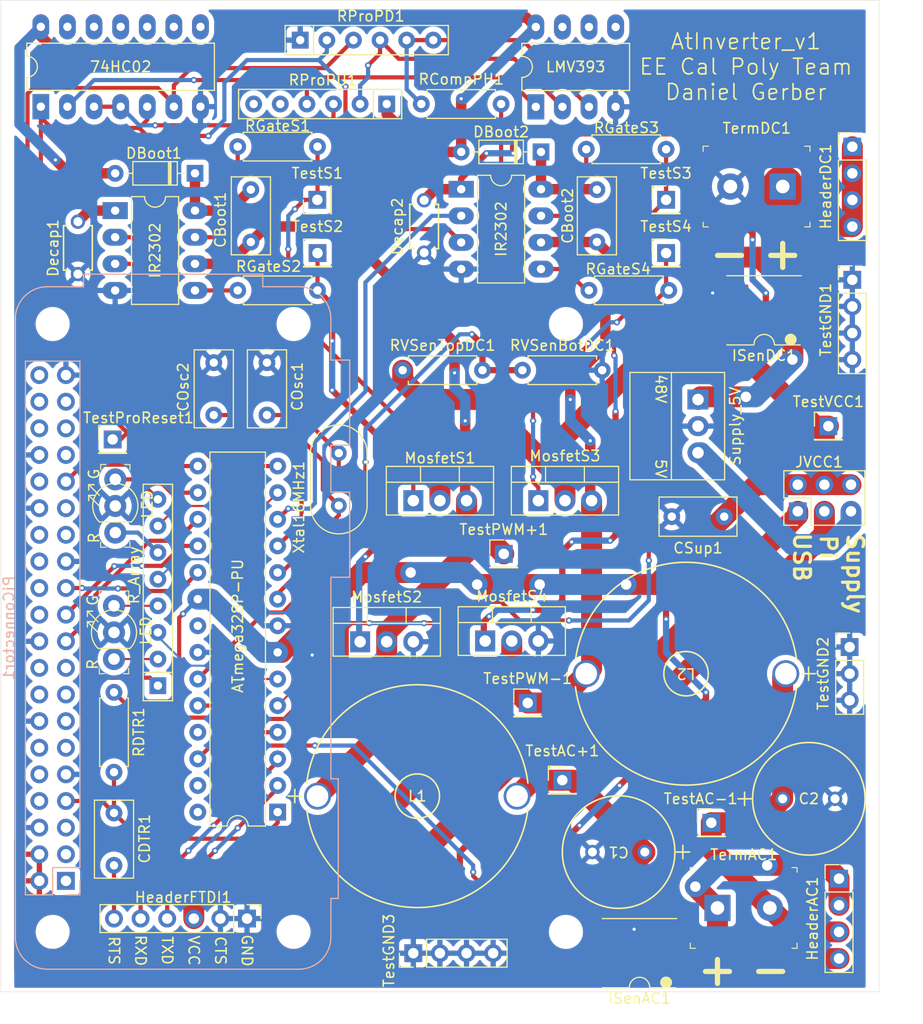
<source format=kicad_pcb>
(kicad_pcb (version 20221018) (generator pcbnew)
  (title_block (rev "v1") (comment 1 "Author: Bryan Carrillo"))
  (layers (0 "F.Cu" signal "Front") (31 "B.Cu" signal "Back") (34 "B.Paste" user) (35 "F.Paste" user) (36 "B.SilkS" user "B.Silkscreen") (37 "F.SilkS" user "F.Silkscreen") (38 "B.Mask" user) (39 "F.Mask" user) (44 "Edge.Cuts" user))
  (net 0 "")
  (net 1 "Net-(TestAC+1-Pin_1)")
  (net 2 "/Load-")
  (net 3 "/DTR")
  (net 4 "GND")
  (net 5 "VCC")
  (net 6 "Net-(DBoot1-K)")
  (net 7 "/VCCTTL")
  (net 8 "/MCURXI")
  (net 9 "/MCUTXO")
  (net 10 "Net-(GateDriver1-VS)")
  (net 11 "Net-(DBoot2-K)")
  (net 12 "Net-(GateDriver2-VS)")
  (net 13 "Net-(MCU1-XTAL1{slash}PB6)")
  (net 14 "/!RESET")
  (net 15 "Net-(MCU1-XTAL2{slash}PB7)")
  (net 16 "/PWMA")
  (net 17 "/Red1")
  (net 18 "/Green1")
  (net 19 "Net-(GateDriver1-LO)")
  (net 20 "/ProReset")
  (net 21 "/Red2")
  (net 22 "Net-(GateDriver1-HO)")
  (net 23 "/MOSI")
  (net 24 "/MISO")
  (net 25 "/SCLK")
  (net 26 "/PWMB")
  (net 27 "Net-(GateDriver2-LO)")
  (net 28 "/Load+")
  (net 29 "Net-(HeaderDC1-Pin_1)")
  (net 31 "/IAC")
  (net 32 "/VCCPi")
  (net 33 "Net-(MosfetS1-D)")
  (net 35 "/IDC")
  (net 36 "Net-(LED1-A1)")
  (net 37 "Net-(LED1-A2)")
  (net 38 "Net-(LED2-A1)")
  (net 39 "Net-(LED2-A2)")
  (net 41 "/VDC")
  (net 42 "/VAC")
  (net 54 "/VCCSupply")
  (net 59 "/!SS")
  (net 62 "/Green2")
  (net 63 "/!GateSD")
  (net 77 "/CompOut")
  (net 80 "/CompN")
  (net 81 "/CompP")
  (net 82 "/NORPU")
  (net 87 "/PWMA_HO")
  (net 88 "/PWMB_HO")
  (net 89 "/PWMA_LO")
  (net 90 "/PWMB_LO")
  (net 93 "Net-(GateDriver2-HO)")
  (footprint "Connector_PinHeader_2.54mm:PinHeader_1x01_P2.54mm_Vertical" (layer "F.Cu") (at 117.094 116.332)
    (fp_text reference "TestAC+1")
    (fp_text value "Conn_01x01_Male")
  )
  (footprint "Resistor_THT:R_Axial_DIN0207_L6.3mm_D2.5mm_P7.62mm_Horizontal" (layer "F.Cu") (at 74.295 107.95 -90)
    (fp_text reference "RDTR1")
    (fp_text value "10kΩ")
  )
  (footprint "Atverter_vE:CAP_FG28_TDK" (layer "F.Cu") (at 70.851 63.042 -90)
    (fp_text reference "Decap1")
    (fp_text value "4.7uF")
  )
  (footprint "Atinverter_vE:AIRD-02_ABR" (layer "F.Cu") (at 138.43 106.172 180)
    (fp_text reference "L2")
    (fp_text value "220u")
  )
  (footprint "Package_TO_SOT_THT:TO-220-3_Vertical" (layer "F.Cu") (at 114.808 89.662)
    (fp_text reference "MosfetS3")
    (fp_text value "IRFB4020PBF")
  )
  (footprint "Resistor_THT:R_Axial_DIN0207_L6.3mm_D2.5mm_P7.62mm_Horizontal" (layer "F.Cu") (at 119.634 69.596)
    (fp_text reference "RGateS4")
    (fp_text value "8.2Ω")
  )
  (footprint "Connector_PinHeader_2.54mm:PinHeader_1x01_P2.54mm_Vertical" (layer "F.Cu") (at 131.318 120.396)
    (fp_text reference "TestAC-1")
    (fp_text value "Conn_01x01_Male")
  )
  (footprint "Connector_PinHeader_2.54mm:PinHeader_1x04_P2.54mm_Vertical" (layer "F.Cu") (at 144.78 68.59)
    (fp_text reference "TestGND1")
    (fp_text value "Conn_01x04_Male")
  )
  (footprint "Diode_THT:D_DO-35_SOD27_P7.62mm_Horizontal" (layer "F.Cu") (at 115.062 56.388 180)
    (fp_text reference "DBoot2")
    (fp_text value "BAT46")
  )
  (footprint "Atinverter_vE:SOIC-8_3.9x4.9mm_P1.27mm" (layer "F.Cu") (at 136.354 71.247 180)
    (fp_text reference "ISenDC1")
    (fp_text value "TMCS1108")
  )
  (footprint "Connector_PinHeader_2.54mm:PinHeader_1x01_P2.54mm_Vertical" (layer "F.Cu") (at 127 66.04)
    (fp_text reference "TestS4")
    (fp_text value "Conn_01x01_Male")
  )
  (footprint "Atverter_vE:CAP_FG28_TDK" (layer "F.Cu") (at 103.901 61 -90)
    (fp_text reference "Decap2")
    (fp_text value "4.7uF")
  )
  (footprint "Package_DIP:DIP-28_W7.62mm" (layer "F.Cu") (at 89.916 119.38 180)
    (fp_text reference "MCU1")
    (fp_text value "ATmega328P-PU")
  )
  (footprint "Capacitor_THT:C_Rect_L7.2mm_W3.5mm_P5.00mm_FKS2_FKP2_MKS2_MKP2" (layer "F.Cu") (at 74.295 124.46 90)
    (fp_text reference "CDTR1")
    (fp_text value "1uF")
  )
  (footprint "Resistor_THT:R_Array_SIP8" (layer "F.Cu") (at 78.486 107.315 90)
    (fp_text reference "ResistorArray1")
    (fp_text value "R_Array")
  )
  (footprint "Resistor_THT:R_Axial_DIN0207_L6.3mm_D2.5mm_P7.62mm_Horizontal" (layer "F.Cu") (at 113.284 77.216)
    (fp_text reference "RVSenBotDC1")
    (fp_text value "10kΩ")
  )
  (footprint "Atinverter_vE:LED_3pin_P2.54mm" (layer "F.Cu") (at 74.295 104.775 90)
    (fp_text reference "LED1")
    (fp_text value "LED")
  )
  (footprint "Package_TO_SOT_THT:TO-220-3_Vertical" (layer "F.Cu") (at 109.728 103.053)
    (fp_text reference "MosfetS4")
    (fp_text value "IRFB4020PBF")
  )
  (footprint "Package_DIP:DIP-14_W7.62mm_LongPads" (layer "F.Cu") (at 67.31 52.07 90)
    (fp_text reference "ProNOR1")
    (fp_text value "74HC02")
  )
  (footprint "Atinverter_vE:LED_3pin_P2.54mm" (layer "F.Cu") (at 74.422 92.71 90)
    (fp_text reference "LED2")
    (fp_text value "LED")
  )
  (footprint "Package_TO_SOT_THT:TO-220-3_Vertical" (layer "F.Cu") (at 97.79 103.124)
    (fp_text reference "MosfetS2")
    (fp_text value "IRFB4020PBF")
  )
  (footprint "Connector_PinHeader_2.54mm:PinHeader_1x01_P2.54mm_Vertical" (layer "F.Cu") (at 93.726 66.04)
    (fp_text reference "TestS2")
    (fp_text value "Conn_01x01_Male")
  )
  (footprint "Resistor_THT:R_Axial_DIN0207_L6.3mm_D2.5mm_P7.62mm_Horizontal" (layer "F.Cu") (at 86.106 69.596)
    (fp_text reference "RGateS2")
    (fp_text value "8.2Ω")
  )
  (footprint "Capacitor_THT:C_Rect_L7.2mm_W3.5mm_P5.00mm_FKS2_FKP2_MKS2_MKP2" (layer "F.Cu") (at 83.82 81.494 90)
    (fp_text reference "COsc2")
    (fp_text value "22pF")
  )
  (footprint "Connector_PinHeader_2.54mm:PinHeader_2x03_P2.54mm_Vertical" (layer "F.Cu") (at 139.573 90.678 90)
    (fp_text reference "JVCC1")
    (fp_text value "Conn_02x03_Odd_Even")
  )
  (footprint "Package_DIP:DIP-8_W7.62mm_LongPads" (layer "F.Cu") (at 114.564 52.085 90)
    (fp_text reference "ProComp1")
    (fp_text value "LMV393")
  )
  (footprint "Resistor_THT:R_Axial_DIN0207_L6.3mm_D2.5mm_P7.62mm_Horizontal" (layer "F.Cu") (at 119.38 56.134)
    (fp_text reference "RGateS3")
    (fp_text value "8.2Ω")
  )
  (footprint "Package_DIP:DIP-8_W7.62mm_LongPads" (layer "F.Cu") (at 107.442 59.944)
    (fp_text reference "GateDriver2")
    (fp_text value "IR2302")
  )
  (footprint "Resistor_THT:R_Axial_DIN0207_L6.3mm_D2.5mm_P7.62mm_Horizontal" (layer "F.Cu") (at 103.632 51.816)
    (fp_text reference locked "RCompPH1")
    (fp_text value "120kΩ")
  )
  (footprint "Crystal:Resonator-2Pin_W10.0mm_H5.0mm" (layer "F.Cu") (at 95.758 90.13 90)
    (fp_text reference "Xtal16MHz1")
    (fp_text value "16MHz")
  )
  (footprint "Resistor_THT:R_Array_SIP6" (layer "F.Cu") (at 92.075 45.72)
    (fp_text reference "RProPD1")
    (fp_text value "R_Network05")
  )
  (footprint "Connector_PinHeader_2.54mm:PinHeader_1x01_P2.54mm_Vertical" (layer "F.Cu") (at 113.792 108.966)
    (fp_text reference "TestPWM-1")
    (fp_text value "Conn_01x01_Male")
  )
  (footprint "Capacitor_THT:C_Rect_L7.2mm_W3.5mm_P5.00mm_FKS2_FKP2_MKS2_MKP2" (layer "F.Cu") (at 132.548 91.186 180)
    (fp_text reference "CSup1")
    (fp_text value "1uF")
  )
  (footprint "Connector_PinHeader_2.54mm:PinHeader_1x01_P2.54mm_Vertical" (layer "F.Cu") (at 142.494 82.55)
    (fp_text reference "TestVCC1")
    (fp_text value "Conn_01x01_Male")
  )
  (footprint "Diode_THT:D_DO-35_SOD27_P7.62mm_Horizontal" (layer "F.Cu") (at 82.027 58.43 180)
    (fp_text reference "DBoot1")
    (fp_text value "BAT46")
  )
  (footprint "Atinverter_vE:CAP_BX_10x16_RUB" (layer "F.Cu") (at 124.968 123.19 180)
    (fp_text reference "C1")
    (fp_text value "22u")
  )
  (footprint "Atinverter_vE:AIRD-02_ABR" (layer "F.Cu") (at 93.726 117.856)
    (fp_text reference "L1")
    (fp_text value "220u")
  )
  (footprint "Atinverter_vE:CAP_BX_10x16_RUB" (layer "F.Cu") (at 138.129 118.11)
    (fp_text reference "C2")
    (fp_text value "22u")
  )
  (footprint "Atinverter_vE:SOIC-8_3.9x4.9mm_P1.27mm" (layer "F.Cu") (at 124.46 132.588 180)
    (fp_text reference "ISenAC1")
    (fp_text value "TMCS1108")
  )
  (footprint "Package_DIP:DIP-8_W7.62mm_LongPads" (layer "F.Cu") (at 74.407 61.986)
    (fp_text reference "GateDriver1")
    (fp_text value "IR2302")
  )
  (footprint "Resistor_THT:R_Axial_DIN0207_L6.3mm_D2.5mm_P7.62mm_Horizontal" (layer "F.Cu") (at 86.106 55.88)
    (fp_text reference "RGateS1")
    (fp_text value "8.2Ω")
  )
  (footprint "Atverter_vE:Term_Block_1x2_P5mm" (layer "F.Cu") (at 138.136 59.69 180)
    (fp_text reference "TermDC1")
    (fp_text value "Screw_Terminal_01x02")
  )
  (footprint "Connector_PinHeader_2.54mm:PinHeader_1x03_P2.54mm_Vertical" (layer "F.Cu") (at 144.526 103.632)
    (fp_text reference "TestGND2")
    (fp_text value "Conn_01x03_Male")
  )
  (footprint "Capacitor_THT:C_Rect_L7.2mm_W3.5mm_P5.00mm_FKS2_FKP2_MKS2_MKP2" (layer "F.Cu") (at 87.361 59.984 -90)
    (fp_text reference "CBoot1")
    (fp_text value "4.7uF")
  )
  (footprint "Capacitor_THT:C_Rect_L7.2mm_W3.5mm_P5.00mm_FKS2_FKP2_MKS2_MKP2" (layer "F.Cu") (at 120.396 59.984 -90)
    (fp_text reference "CBoot2")
    (fp_text value "4.7uF")
  )
  (footprint "Connector_PinHeader_2.54mm:PinHeader_1x01_P2.54mm_Vertical" (layer "F.Cu") (at 111.506 94.742)
    (fp_text reference "TestPWM+1")
    (fp_text value "Conn_01x01_Male")
  )
  (footprint "Atinverter_vE:FTDI_USB_TTL_Header" (layer "F.Cu") (at 86.995 129.54 -90)
    (fp_text reference "HeaderFTDI1")
    (fp_text value "Conn_01x06_Male")
  )
  (footprint "Connector_PinHeader_2.54mm:PinHeader_1x04_P2.54mm_Vertical" (layer "F.Cu") (at 143.51 125.73)
    (fp_text reference "HeaderAC1")
    (fp_text value "Conn_01x04_Male")
  )
  (footprint "Connector_PinHeader_2.54mm:PinHeader_1x01_P2.54mm_Vertical" (layer "F.Cu") (at 93.711 60.96 90)
    (fp_text reference "TestS1")
    (fp_text value "Conn_01x01_Male")
  )
  (footprint "Connector_PinHeader_2.54mm:PinHeader_1x04_P2.54mm_Vertical" (layer "F.Cu") (at 102.87 132.842 90)
    (fp_text reference "TestGND3")
    (fp_text value "Conn_01x04_Male")
  )
  (footprint "Connector_PinHeader_2.54mm:PinHeader_1x04_P2.54mm_Vertical" (layer "F.Cu") (at 144.78 55.89)
    (fp_text reference "HeaderDC1")
    (fp_text value "Conn_01x04_Male")
  )
  (footprint "Package_TO_SOT_THT:TO-220-3_Vertical" (layer "F.Cu") (at 102.87 89.662)
    (fp_text reference "MosfetS1")
    (fp_text value "IRFB4020PBF")
  )
  (footprint "Atinverter_vE:SupplyDC_48V-5V_TO-220-3_Vertical" (layer "F.Cu") (at 130.048 80.01 -90)
    (fp_text reference "Supply5V1")
    (fp_text value "Supply_5V")
  )
  (footprint "Atverter_vE:Term_Block_1x2_P5mm" (layer "F.Cu") (at 131.906 128.524)
    (fp_text reference "TermAC1")
    (fp_text value "Screw_Terminal_01x02")
  )
  (footprint "Resistor_THT:R_Array_SIP6" (layer "F.Cu") (at 100.33 51.816 180)
    (fp_text reference "RProPU1")
    (fp_text value "R_Network05")
  )
  (footprint "Connector_PinHeader_2.54mm:PinHeader_1x01_P2.54mm_Vertical" (layer "F.Cu") (at 127 60.96)
    (fp_text reference "TestS3")
    (fp_text value "Conn_01x01_Male")
  )
  (footprint "Capacitor_THT:C_Rect_L7.2mm_W3.5mm_P5.00mm_FKS2_FKP2_MKS2_MKP2" (layer "F.Cu") (at 88.9 76.494 -90)
    (fp_text reference "COsc1")
    (fp_text value "22pF")
  )
  (footprint "Connector_PinHeader_2.54mm:PinHeader_1x01_P2.54mm_Vertical" (layer "F.Cu") (at 74.168 83.82)
    (fp_text reference "TestProReset1")
    (fp_text value "Conn_01x01_Male")
  )
  (footprint "Resistor_THT:R_Axial_DIN0207_L6.3mm_D2.5mm_P7.62mm_Horizontal" (layer "F.Cu") (at 101.854 77.216)
    (fp_text reference "RVSenTopDC1")
    (fp_text value "120kΩ")
  )
  (footprint "Atverter_vE:Raspberry_Pi_Zero_and_Four" (layer "B.Cu") (at 69.71 125.94)
    (fp_text reference "PiConnector1")
    (fp_text value "Raspberry_Pi_2_3")
  )
  (gr_rect (start 63.5 41.91) (end 147.32 136.525) (stroke (width 0.0381)) (fill none) (layer "Edge.Cuts"))
  (gr_text "AtInverter_v1\nEE Cal Poly Team\nDaniel Gerber" (at 134.62 48.26) (layer "F.SilkS") (effects (font (size 1.5 1.5) (thickness 0.1524))))
  (gr_text "Supply" (at 145.034 96.647 270) (layer "F.SilkS") (effects (font (size 1.524 1.524) (thickness 0.3048))))
  (gr_text "USB" (at 139.954 92.583 270) (layer "F.SilkS") (effects (font (size 1.524 1.524) (thickness 0.3048)) (justify left)))
  (gr_text "Pi" (at 142.494 94.107 270) (layer "F.SilkS") (effects (font (size 1.524 1.524) (thickness 0.3048))))
  (segment (start 127.21 129.75) (end 123.444 125.984) (width 2) (layer "F.Cu") (net 1))
  (segment (start 117.094 116.332) (end 118.11 116.332) (width 2) (layer "F.Cu") (net 1))
  (segment (start 127.21 130.683) (end 127.21 131.953) (width 1) (layer "F.Cu") (net 1))
  (segment (start 117.094 116.332) (end 114.3 116.332) (width 2) (layer "F.Cu") (net 1))
  (segment (start 127.21 130.683) (end 127.21 129.75) (width 2) (layer "F.Cu") (net 1))
  (segment (start 118.11 116.332) (end 124.968 123.19) (width 2) (layer "F.Cu") (net 1))
  (segment (start 123.444 125.984) (end 123.444 124.714) (width 2) (layer "F.Cu") (net 1))
  (segment (start 114.3 116.332) (end 112.776 117.856) (width 2) (layer "F.Cu") (net 1))
  (segment (start 123.444 124.714) (end 124.968 123.19) (width 2) (layer "F.Cu") (net 1))
  (segment (start 138.129 106.473) (end 138.43 106.172) (width 2) (layer "F.Cu") (net 2))
  (segment (start 141.732 133.35) (end 143.51 133.35) (width 2) (layer "F.Cu") (net 2))
  (segment (start 131.318 122.936) (end 136.906 128.524) (width 2) (layer "F.Cu") (net 2))
  (segment (start 139.192 130.81) (end 141.732 133.35) (width 2) (layer "F.Cu") (net 2))
  (segment (start 131.318 120.396) (end 131.318 122.936) (width 2) (layer "F.Cu") (net 2))
  (segment (start 131.318 120.396) (end 135.843 120.396) (width 2) (layer "F.Cu") (net 2))
  (segment (start 138.129 118.11) (end 138.129 106.473) (width 2) (layer "F.Cu") (net 2))
  (segment (start 135.843 120.396) (end 138.129 118.11) (width 2) (layer "F.Cu") (net 2))
  (segment (start 136.906 128.524) (end 139.192 130.81) (width 2) (layer "F.Cu") (net 2))
  (segment (start 139.192 130.81) (end 143.51 130.81) (width 2) (layer "F.Cu") (net 2))
  (segment (start 74.295 124.46) (end 74.295 129.54) (width 0.4) (layer "F.Cu") (net 3))
  (segment (start 121.71 130.683) (end 123.825 130.683) (width 0.4) (layer "F.Cu") (net 4))
  (segment (start 131.953 69.342) (end 131.445 69.85) (width 0.4) (layer "F.Cu") (net 4))
  (segment (start 123.825 130.683) (end 123.952 130.556) (width 0.4) (layer "F.Cu") (net 4))
  (segment (start 133.604 69.342) (end 131.953 69.342) (width 0.4) (layer "F.Cu") (net 4))
  (via (at 131.445 69.85) (size 0.6) (drill 0.3) (layers "F.Cu" "B.Cu") (net 4))
  (via (at 123.952 130.556) (size 0.6) (drill 0.3) (layers "F.Cu" "B.Cu") (net 4))
  (segment (start 69.987 58.43) (end 68.707 57.15) (width 1) (layer "F.Cu") (net 5))
  (segment (start 100.33 51.816) (end 100.33 52.777) (width 1) (layer "F.Cu") (net 5))
  (segment (start 132.548 91.186) (end 126.071 97.663) (width 2) (layer "F.Cu") (net 5))
  (segment (start 104.9295 59.9715) (end 103.901 61) (width 1) (layer "F.Cu") (net 5))
  (segment (start 104.9295 59.9715) (end 104.9295 57.3765) (width 1) (layer "F.Cu") (net 5))
  (segment (start 142.113 88.138) (end 142.113 82.931) (width 2) (layer "F.Cu") (net 5))
  (segment (start 107.442 59.944) (end 104.957 59.944) (width 1) (layer "F.Cu") (net 5))
  (segment (start 107.442 59.944) (end 107.442 58.928) (width 0.6) (layer "F.Cu") (net 5))
  (segment (start 71.907 61.986) (end 70.851 63.042) (width 1) (layer "F.Cu") (net 5))
  (segment (start 72.644 58.43) (end 74.407 58.43) (width 1) (layer "F.Cu") (net 5))
  (segment (start 131.445 63.5) (end 134.62 63.5) (width 0.6) (layer "F.Cu") (net 5))
  (segment (start 84.709 46.863) (end 88.011 43.561) (width 1) (layer "F.Cu") (net 5))
  (segment (start 136.525 69.85) (end 136.525 72.39) (width 0.6) (layer "F.Cu") (net 5))
  (segment (start 113.665 54.61) (end 128.905 54.61) (width 0.6) (layer "F.Cu") (net 5))
  (segment (start 104.9295 57.3765) (end 105.918 56.388) (width 1) (layer "F.Cu") (net 5))
  (segment (start 127 98.592) (end 126.071 97.663) (width 0.6) (layer "F.Cu") (net 5))
  (segment (start 88.011 43.561) (end 113.66 43.561) (width 1) (layer "F.Cu") (net 5))
  (segment (start 67.31 45.339) (end 68.834 46.863) (width 1) (layer "F.Cu") (net 5))
  (segment (start 121.583 134.62) (end 116.205 134.62) (width 0.6) (layer "F.Cu") (net 5))
  (segment (start 134.62 63.5) (end 135.255 64.135) (width 0.6) (layer "F.Cu") (net 5))
  (segment (start 127 100.965) (end 127 98.592) (width 0.6) (layer "F.Cu") (net 5))
  (segment (start 128.905 54.61) (end 130.175 55.88) (width 0.6) (layer "F.Cu") (net 5))
  (segment (start 136.525 72.39) (end 135.763 73.152) (width 0.6) (layer "F.Cu") (net 5))
  (segment (start 142.113 82.931) (end 142.494 82.55) (width 2) (layer "F.Cu") (net 5))
  (segment (start 121.71 134.493) (end 121.583 134.62) (width 0.6) (layer "F.Cu") (net 5))
  (segment (start 79.883 109.347) (end 75.692 109.347) (width 0.4) (layer "F.Cu") (net 5))
  (segment (start 122.555 116.84) (end 130.81 108.585) (width 0.6) (layer "F.Cu") (net 5))
  (segment (start 130.175 62.23) (end 131.445 63.5) (width 0.6) (layer "F.Cu") (net 5))
  (segment (start 116.205 134.62) (end 107.315 125.73) (width 0.6) (layer "F.Cu") (net 5))
  (segment (start 133.604 74.93) (end 133.604 73.533) (width 1) (layer "F.Cu") (net 5))
  (segment (start 141.224 82.55) (end 133.604 74.93) (width 2) (layer "F.Cu") (net 5))
  (segment (start 96.774 97.663) (end 90.297 104.14) (width 2) (layer "F.Cu") (net 5))
  (segment (start 80.899 100.457) (end 80.518 100.838) (width 0.4) (layer "F.Cu") (net 5))
  (segment (start 107.315 125.73) (end 107.315 123.19) (width 0.6) (layer "F.Cu") (net 5))
  (segment (start 135.255 64.135) (end 135.255 64.77) (width 0.6) (layer "F.Cu") (net 5))
  (segment (start 107.315 123.19) (end 108.4278 122.0772) (width 0.6) (layer "F.Cu") (net 5))
  (segment (start 108.4278 122.0772) (end 117.3178 122.0772) (width 0.6) (layer "F.Cu") (net 5))
  (segment (start 68.834 46.863) (end 84.709 46.863) (width 1) (layer "F.Cu") (net 5))
  (segment (start 123.19 97.663) (end 126.071 97.663) (width 2) (layer "F.Cu") (net 5))
  (segment (start 71.907 61.986) (end 71.907 59.167) (width 1) (layer "F.Cu") (net 5))
  (segment (start 130.175 55.88) (end 130.175 56.515) (width 0.6) (layer "F.Cu") (net 5))
  (segment (start 67.31 44.45) (end 67.31 45.339) (width 1) (layer "F.Cu") (net 5))
  (segment (start 100.33 52.777) (end 104.9295 57.3765) (width 1) (layer "F.Cu") (net 5))
  (segment (start 90.297 104.14) (end 89.916 104.14) (width 2) (layer "F.Cu") (net 5))
  (segment (start 142.113 88.138) (end 139.573 88.138) (width 2) (layer "F.Cu") (net 5))
  (segment (start 132.548 91.186) (end 135.596 88.138) (width 2) (layer "F.Cu") (net 5))
  (segment (start 108.966 97.663) (end 114.935 97.663) (width 2) (layer "F.Cu") (net 5))
  (segment (start 130.175 56.515) (end 130.175 62.23) (width 0.6) (layer "F.Cu") (net 5))
  (segment (start 112.395 56.515) (end 112.395 55.88) (width 0.6) (layer "F.Cu") (net 5))
  (segment (start 104.957 59.944) (end 104.9295 59.9715) (width 1) (layer "F.Cu") (net 5))
  (segment (start 72.644 58.43) (end 69.987 58.43) (width 1) (layer "F.Cu") (net 5))
  (segment (start 105.918 56.388) (end 107.442 56.388) (width 1) (layer "F.Cu") (net 5))
  (segment (start 142.113 88.138) (end 144.653 88.138) (width 2) (layer "F.Cu") (net 5))
  (segment (start 71.907 59.167) (end 72.644 58.43) (width 1) (layer "F.Cu") (net 5))
  (segment (start 130.81 108.585) (end 130.81 107.95) (width 0.6) (layer "F.Cu") (net 5))
  (segment (start 113.66 43.561) (end 114.564 44.465) (width 1) (layer "F.Cu") (net 5))
  (segment (start 80.518 108.712) (end 79.883 109.347) (width 0.4) (layer "F.Cu") (net 5))
  (segment (start 135.596 88.138) (end 139.573 88.138) (width 2) (layer "F.Cu") (net 5))
  (segment (start 112.395 55.88) (end 113.665 54.61) (width 0.6) (layer "F.Cu") (net 5))
  (segment (start 107.442 56.388) (end 107.442 51.308) (width 1) (layer "F.Cu") (net 5))
  (segment (start 96.774 97.663) (end 97.917 96.52) (width 2) (layer "F.Cu") (net 5))
  (segment (start 117.3178 122.0772) (end 118.745 120.65) (width 0.6) (layer "F.Cu") (net 5))
  (segment (start 80.518 100.838) (end 80.518 108.712) (width 0.4) (layer "F.Cu") (net 5))
  (segment (start 74.407 61.986) (end 71.907 61.986) (width 1) (layer "F.Cu") (net 5))
  (segment (start 75.692 109.347) (end 74.295 107.95) (width 0.4) (layer "F.Cu") (net 5))
  (segment (start 142.494 82.55) (end 141.224 82.55) (width 2) (layer "F.Cu") (net 5))
  (segment (start 107.442 58.928) (end 109.855 56.515) (width 0.6) (layer "F.Cu") (net 5))
  (segment (start 97.917 96.52) (end 102.616 96.52) (width 2) (layer "F.Cu") (net 5))
  (segment (start 135.763 73.152) (end 133.604 73.152) (width 0.6) (layer "F.Cu") (net 5))
  (via (at 109.855 56.515) (size 0.6) (drill 0.3) (layers "F.Cu" "B.Cu") (net 5))
  (via (at 127 100.965) (size 0.6) (drill 0.3) (layers "F.Cu" "B.Cu") (net 5))
  (via (at 107.442 51.308) (size 0.6) (drill 0.3) (layers "F.Cu" "B.Cu") (net 5))
  (via (at 112.395 56.515) (size 0.6) (drill 0.3) (layers "F.Cu" "B.Cu") (net 5))
  (via (at 135.255 64.77) (size 0.6) (drill 0.3) (layers "F.Cu" "B.Cu") (net 5))
  (via (at 118.745 120.65) (size 0.6) (drill 0.3) (layers "F.Cu" "B.Cu") (net 5))
  (via (at 122.555 116.84) (size 0.6) (drill 0.3) (layers "F.Cu" "B.Cu") (net 5))
  (via (at 136.525 69.85) (size 0.6) (drill 0.3) (layers "F.Cu" "B.Cu") (net 5))
  (via (at 68.707 57.15) (size 0.6) (drill 0.3) (layers "F.Cu" "B.Cu") (net 5))
  (via (at 114.935 97.663) (size 1.7) (drill 1) (layers "F.Cu" "B.Cu") (net 5))
  (via (at 102.616 96.52) (size 1.7) (drill 1) (layers "F.Cu" "B.Cu") (net 5))
  (via (at 80.899 100.457) (size 0.6) (drill 0.3) (layers "F.Cu" "B.Cu") (net 5))
  (via (at 108.966 97.663) (size 1.7) (drill 1) (layers "F.Cu" "B.Cu") (net 5))
  (via (at 130.81 107.95) (size 0.6) (drill 0.3) (layers "F.Cu" "B.Cu") (net 5))
  (via (at 123.19 97.663) (size 1.7) (drill 1) (layers "F.Cu" "B.Cu") (net 5))
  (segment (start 114.935 97.663) (end 123.19 97.663) (width 2) (layer "B.Cu") (net 5))
  (segment (start 65.278 46.482) (end 67.31 44.45) (width 1) (layer "B.Cu") (net 5))
  (segment (start 135.255 64.77) (end 135.255 68.58) (width 0.6) (layer "B.Cu") (net 5))
  (segment (start 80.899 100.457) (end 82.296 99.06) (width 0.4) (layer "B.Cu") (net 5))
  (segment (start 127 104.14) (end 127 100.965) (width 0.6) (layer "B.Cu") (net 5))
  (segment (start 89.916 104.14) (end 88.646 104.14) (width 2) (layer "B.Cu") (net 5))
  (segment (start 135.255 68.58) (end 136.525 69.85) (width 0.6) (layer "B.Cu") (net 5))
  (segment (start 107.442 51.308) (end 107.721 51.308) (width 1) (layer "B.Cu") (net 5))
  (segment (start 102.616 96.52) (end 107.823 96.52) (width 2) (layer "B.Cu") (net 5))
  (segment (start 107.721 51.308) (end 114.564 44.465) (width 1) (layer "B.Cu") (net 5))
  (segment (start 68.707 57.15) (end 65.278 53.721) (width 1) (layer "B.Cu") (net 5))
  (segment (start 118.745 120.65) (end 122.555 116.84) (width 0.6) (layer "B.Cu") (net 5))
  (segment (start 130.81 107.95) (end 127 104.14) (width 0.6) (layer "B.Cu") (net 5))
  (segment (start 107.823 96.52) (end 108.966 97.663) (width 2) (layer "B.Cu") (net 5))
  (segment (start 109.855 56.515) (end 112.395 56.515) (width 0.6) (layer "B.Cu") (net 5))
  (segment (start 88.646 104.14) (end 83.566 99.06) (width 2) (layer "B.Cu") (net 5))
  (segment (start 65.278 53.721) (end 65.278 46.482) (width 1) (layer "B.Cu") (net 5))
  (segment (start 83.566 99.06) (end 82.296 99.06) (width 2) (layer "B.Cu") (net 5))
  (segment (start 82.027 61.986) (end 85.359 61.986) (width 1) (layer "F.Cu") (net 6))
  (segment (start 82.027 58.43) (end 82.027 61.986) (width 1) (layer "F.Cu") (net 6))
  (segment (start 85.359 61.986) (end 87.361 59.984) (width 1) (layer "F.Cu") (net 6))
  (segment (start 139.573 91.059) (end 119.126 111.506) (width 2) (layer "F.Cu") (net 7))
  (segment (start 94.488 125.222) (end 85.030919 125.222) (width 2) (layer "F.Cu") (net 7))
  (segment (start 139.573 90.678) (end 139.573 91.059) (width 2) (layer "F.Cu") (net 7))
  (segment (start 85.030919 125.222) (end 81.915 128.337919) (width 2) (layer "F.Cu") (net 7))
  (segment (start 81.915 128.337919) (end 81.915 129.54) (width 2) (layer "F.Cu") (net 7))
  (segment (start 108.204 111.506) (end 94.488 125.222) (width 2) (layer "F.Cu") (net 7))
  (segment (start 119.126 111.506) (end 108.204 111.506) (width 2) (layer "F.Cu") (net 7))
  (segment (start 79.375 129.54) (end 79.375 127.635) (width 0.4) (layer "F.Cu") (net 8))
  (segment (start 79.375 127.635) (end 83.947 123.063) (width 0.4) (layer "F.Cu") (net 8))
  (segment (start 89.916 117.094) (end 89.916 116.84) (width 0.4) (layer "F.Cu") (net 8))
  (segment (start 86.106 120.904) (end 89.916 117.094) (width 0.4) (layer "F.Cu") (net 8))
  (via (at 83.947 123.063) (size 0.6) (drill 0.3) (layers "F.Cu" "B.Cu") (net 8))
  (via (at 86.106 120.904) (size 0.6) (drill 0.3) (layers "F.Cu" "B.Cu") (net 8))
  (segment (start 83.947 123.063) (end 86.106 120.904) (width 0.4) (layer "B.Cu") (net 8))
  (segment (start 83.82 120.65) (end 89.916 114.554) (width 0.4) (layer "F.Cu") (net 9))
  (segment (start 89.916 114.554) (end 89.916 114.3) (width 0.4) (layer "F.Cu") (net 9))
  (segment (start 76.835 129.54) (end 76.835 127.635) (width 0.4) (layer "F.Cu") (net 9))
  (segment (start 76.835 127.635) (end 81.407 123.063) (width 0.4) (layer "F.Cu") (net 9))
  (via (at 81.407 123.063) (size 0.6) (drill 0.3) (layers "F.Cu" "B.Cu") (net 9))
  (via (at 83.82 120.65) (size 0.6) (drill 0.3) (layers "F.Cu" "B.Cu") (net 9))
  (segment (start 81.407 123.063) (end 83.82 120.65) (width 0.4) (layer "B.Cu") (net 9))
  (segment (start 87.361 64.984) (end 88.845 63.5) (width 1) (layer "F.Cu") (net 10))
  (segment (start 100.33 111.252) (end 100.33 103.124) (width 2) (layer "F.Cu") (net 10))
  (segment (start 95.758 63.5) (end 103.759 71.501) (width 1) (layer "F.Cu") (net 10))
  (segment (start 85.279 67.066) (end 87.361 64.984) (width 1) (layer "F.Cu") (net 10))
  (segment (start 106.807 74.589976) (end 106.807 77.47) (width 1) (layer "F.Cu") (net 10))
  (segment (start 100.33 102.203707) (end 107.95 94.583707) (width 2) (layer "F.Cu") (net 10))
  (segment (start 88.845 63.5) (end 95.758 63.5) (width 1) (layer "F.Cu") (net 10))
  (segment (start 107.823 89.535) (end 107.95 89.662) (width 1) (layer "F.Cu") (net 10))
  (segment (start 100.33 103.124) (end 100.33 102.203707) (width 2) (layer "F.Cu") (net 10))
  (segment (start 107.95 90.130032) (end 107.95 89.662) (width 2) (layer "F.Cu") (net 10))
  (segment (start 93.726 117.856) (end 100.33 111.252) (width 2) (layer "F.Cu") (net 10))
  (segment (start 107.823 82.042) (end 107.823 89.535) (width 1) (layer "F.Cu") (net 10))
  (segment (start 107.95 90.130032) (end 107.95 91.186) (width 2) (layer "F.Cu") (net 10))
  (segment (start 103.759 71.541976) (end 106.807 74.589976) (width 1) (layer "F.Cu") (net 10))
  (segment (start 103.759 71.501) (end 103.759 71.541976) (width 1) (layer "F.Cu") (net 10))
  (segment (start 82.027 67.066) (end 85.279 67.066) (width 1) (layer "F.Cu") (net 10))
  (segment (start 107.95 94.583707) (end 107.95 89.662) (width 2) (layer "F.Cu") (net 10))
  (segment (start 107.95 91.186) (end 111.506 94.742) (width 2) (layer "F.Cu") (net 10))
  (via (at 107.823 82.042) (size 0.6) (drill 0.3) (layers "F.Cu" "B.Cu") (net 10))
  (via (at 106.807 77.47) (size 0.6) (drill 0.3) (layers "F.Cu" "B.Cu") (net 10))
  (segment (start 106.807 78.867) (end 107.823 79.883) (width 1) (layer "B.Cu") (net 10))
  (segment (start 106.807 77.47) (end 106.807 78.867) (width 1) (layer "B.Cu") (net 10))
  (segment (start 107.823 79.883) (end 107.823 82.042) (width 1) (layer "B.Cu") (net 10))
  (segment (start 115.062 59.944) (end 120.356 59.944) (width 1) (layer "F.Cu") (net 11))
  (segment (start 115.062 56.388) (end 115.062 59.944) (width 1) (layer "F.Cu") (net 11))
  (segment (start 120.356 59.944) (end 120.396 59.984) (width 1) (layer "F.Cu") (net 11))
  (segment (start 119.888 94.996) (end 119.888 103.505) (width 2) (layer "F.Cu") (net 12))
  (segment (start 121.204 74.884) (end 117.856 78.232) (width 1) (layer "F.Cu") (net 12))
  (segment (start 112.268 103.053) (end 112.268 107.442) (width 2) (layer "F.Cu") (net 12))
  (segment (start 116.586 108.966) (end 119.38 106.172) (width 2) (layer "F.Cu") (net 12))
  (segment (start 119.888 105.664) (end 119.38 106.172) (width 2) (layer "F.Cu") (net 12))
  (segment (start 121.92 70.612) (end 121.204 71.328) (width 1) (layer "F.Cu") (net 12))
  (segment (start 119.888 103.505) (end 119.888 105.664) (width 2) (layer "F.Cu") (net 12))
  (segment (start 121.92 66.508) (end 121.92 70.612) (width 1) (layer "F.Cu") (net 12))
  (segment (start 121.204 71.328) (end 121.204 74.884) (width 1) (layer "F.Cu") (net 12))
  (segment (start 113.792 108.966) (end 116.586 108.966) (width 2) (layer "F.Cu") (net 12))
  (segment (start 120.396 64.984) (end 121.92 66.508) (width 1) (layer "F.Cu") (net 12))
  (segment (start 112.268 107.442) (end 113.792 108.966) (width 2) (layer "F.Cu") (net 12))
  (segment (start 120.396 64.984) (end 115.102 64.984) (width 1) (layer "F.Cu") (net 12))
  (segment (start 117.856 78.232) (end 117.856 80.01) (width 1) (layer "F.Cu") (net 12))
  (segment (start 119.761 89.535) (end 119.888 89.662) (width 1) (layer "F.Cu") (net 12))
  (segment (start 119.888 89.662) (end 119.888 94.996) (width 2) (layer "F.Cu") (net 12))
  (segment (start 119.761 83.947) (end 119.761 89.535) (width 1) (layer "F.Cu") (net 12))
  (segment (start 115.102 64.984) (end 115.062 65.024) (width 1) (layer "F.Cu") (net 12))
  (via (at 117.856 80.01) (size 0.6) (drill 0.3) (layers "F.Cu" "B.Cu") (net 12))
  (via (at 119.761 83.947) (size 0.6) (drill 0.3) (layers "F.Cu" "B.Cu") (net 12))
  (segment (start 117.856 80.01) (end 117.856 82.042) (width 1) (layer "B.Cu") (net 12))
  (segment (start 117.856 82.042) (end 119.761 83.947) (width 1) (layer "B.Cu") (net 12))
  (segment (start 97.536 90.932) (end 89.916 98.552) (width 0.4) (layer "F.Cu") (net 13))
  (segment (start 95.758 85.13) (end 92.122 81.494) (width 0.4) (layer "F.Cu") (net 13))
  (segment (start 89.916 98.552) (end 89.916 99.06) (width 0.4) (layer "F.Cu") (net 13))
  (segment (start 95.758 85.13) (end 95.758 86.614) (width 0.4) (layer "F.Cu") (net 13))
  (segment (start 92.122 81.494) (end 88.9 81.494) (width 0.4) (layer "F.Cu") (net 13))
  (segment (start 95.758 86.614) (end 97.536 88.392) (width 0.4) (layer "F.Cu") (net 13))
  (segment (start 97.536 88.392) (end 97.536 90.932) (width 0.4) (layer "F.Cu") (net 13))
  (segment (start 76.755 121.92) (end 88.392 121.92) (width 0.4) (layer "F.Cu") (net 14))
  (segment (start 69.71 118.32) (end 73.155 118.32) (width 0.4) (layer "F.Cu") (net 14))
  (segment (start 74.295 115.57) (end 74.295 119.46) (width 0.4) (layer "F.Cu") (net 14))
  (segment (start 74.295 119.46) (end 76.755 121.92) (width 0.4) (layer "F.Cu") (net 14))
  (segment (start 73.155 118.32) (end 74.295 119.46) (width 0.4) (layer "F.Cu") (net 14))
  (segment (start 89.916 120.396) (end 89.916 119.38) (width 0.4) (layer "F.Cu") (net 14))
  (segment (start 88.392 121.92) (end 89.916 120.396) (width 0.4) (layer "F.Cu") (net 14))
  (segment (start 94.234 88.606) (end 94.234 85.852) (width 0.4) (layer "F.Cu") (net 15))
  (segment (start 90.297 96.52) (end 89.916 96.52) (width 0.4) (layer "F.Cu") (net 15))
  (segment (start 95.758 90.13) (end 95.758 91.059) (width 0.4) (layer "F.Cu") (net 15))
  (segment (start 91.44 83.058) (end 87.376 83.058) (width 0.4) (layer "F.Cu") (net 15))
  (segment (start 94.234 85.852) (end 91.44 83.058) (width 0.4) (layer "F.Cu") (net 15))
  (segment (start 95.758 90.13) (end 94.234 88.606) (width 0.4) (layer "F.Cu") (net 15))
  (segment (start 85.812 81.494) (end 83.82 81.494) (width 0.4) (layer "F.Cu") (net 15))
  (segment (start 95.758 91.059) (end 90.297 96.52) (width 0.4) (layer "F.Cu") (net 15))
  (segment (start 87.376 83.058) (end 85.812 81.494) (width 0.4) (layer "F.Cu") (net 15))
  (segment (start 89.93271 83.82) (end 84.09071 83.82) (width 0.4) (layer "F.Cu") (net 16))
  (segment (start 78.486 67.056) (end 75.956 64.526) (width 0.4) (layer "F.Cu") (net 16))
  (segment (start 89.916 93.98) (end 92.202 91.694) (width 0.4) (layer "F.Cu") (net 16))
  (segment (start 75.956 64.526) (end 74.407 64.526) (width 0.4) (layer "F.Cu") (net 16))
  (segment (start 78.486 78.21529) (end 78.486 67.056) (width 0.4) (layer "F.Cu") (net 16))
  (segment (start 84.09071 83.82) (end 78.486 78.21529) (width 0.4) (layer "F.Cu") (net 16))
  (segment (start 92.202 86.08929) (end 89.93271 83.82) (width 0.4) (layer "F.Cu") (net 16))
  (segment (start 92.202 91.694) (end 92.202 86.08929) (width 0.4) (layer "F.Cu") (net 16))
  (segment (start 71.649 109.495) (end 72.517 110.363) (width 0.4) (layer "F.Cu") (net 17))
  (segment (start 72.898 106.553) (end 71.649 107.802) (width 0.4) (layer "F.Cu") (net 17))
  (segment (start 77.724 106.553) (end 72.898 106.553) (width 0.4) (layer "F.Cu") (net 17))
  (segment (start 72.517 110.363) (end 84.963 110.363) (width 0.4) (layer "F.Cu") (net 17))
  (segment (start 86.36 111.76) (end 89.916 111.76) (width 0.4) (layer "F.Cu") (net 17))
  (segment (start 78.486 107.315) (end 77.724 106.553) (width 0.4) (layer "F.Cu") (net 17))
  (segment (start 71.649 107.802) (end 71.649 109.495) (width 0.4) (layer "F.Cu") (net 17))
  (segment (start 84.963 110.363) (end 86.36 111.76) (width 0.4) (layer "F.Cu") (net 17))
  (segment (start 89.916 106.68) (end 86.614 106.68) (width 0.2) (layer "F.Cu") (net 18))
  (via (at 86.614 106.68) (size 0.6) (drill 0.3) (layers "F.Cu" "B.Cu") (net 18))
  (segment (start 86.614 106.68) (end 84.582 106.68) (width 0.2) (layer "B.Cu") (net 18))
  (segment (start 78.486 102.616) (end 78.486 102.235) (width 0.2) (layer "B.Cu") (net 18))
  (segment (start 83.312 105.41) (end 81.28 105.41) (width 0.2) (layer "B.Cu") (net 18))
  (segment (start 84.582 106.68) (end 83.312 105.41) (width 0.2) (layer "B.Cu") (net 18))
  (segment (start 81.28 105.41) (end 78.486 102.616) (width 0.2) (layer "B.Cu") (net 18))
  (segment (start 82.027 69.606) (end 86.096 69.606) (width 0.4) (layer "F.Cu") (net 19))
  (segment (start 86.096 69.606) (end 86.106 69.596) (width 0.4) (layer "F.Cu") (net 19))
  (segment (start 66.58 50.292) (end 78.486 50.292) (width 0.4) (layer "F.Cu") (net 20))
  (segment (start 80.01 52.07) (end 80.01 50.038) (width 0.4) (layer "F.Cu") (net 20))
  (segment (start 74.168 81.788) (end 74.168 75.438) (width 0.4) (layer "F.Cu") (net 20))
  (segment (start 73.66 74.93) (end 66.548 74.93) (width 0.4) (layer "F.Cu") (net 20))
  (segment (start 66.548 74.93) (end 66.04 74.422) (width 0.4) (layer "F.Cu") (net 20))
  (segment (start 75.565 83.185) (end 74.93 83.82) (width 0.4) (layer "F.Cu") (net 20))
  (segment (start 66.04 74.422) (end 66.04 50.832) (width 0.4) (layer "F.Cu") (net 20))
  (segment (start 74.168 75.438) (end 73.66 74.93) (width 0.4) (layer "F.Cu") (net 20))
  (segment (start 80.01 51.816) (end 80.01 52.07) (width 0.4) (layer "F.Cu") (net 20))
  (segment (start 75.565 83.185) (end 78.74 86.36) (width 0.4) (layer "F.Cu") (net 20))
  (segment (start 81.661 48.387) (end 94.488 48.387) (width 0.4) (layer "F.Cu") (net 20))
  (segment (start 75.565 83.185) (end 74.168 81.788) (width 0.4) (layer "F.Cu") (net 20))
  (segment (start 66.04 50.832) (end 66.58 50.292) (width 0.4) (layer "F.Cu") (net 20))
  (segment (start 74.93 83.82) (end 74.168 83.82) (width 0.4) (layer "F.Cu") (net 20))
  (segment (start 94.488 48.387) (end 97.155 45.72) (width 0.4) (layer "F.Cu") (net 20))
  (segment (start 78.486 50.292) (end 80.01 51.816) (width 0.4) (layer "F.Cu") (net 20))
  (segment (start 80.01 50.038) (end 81.661 48.387) (width 0.4) (layer "F.Cu") (net 20))
  (segment (start 78.74 86.36) (end 82.296 86.36) (width 0.4) (layer "F.Cu") (net 20))
  (segment (start 89.916 109.22) (end 93.218 105.918) (width 0.2) (layer "F.Cu") (net 21))
  (segment (start 93.218 105.918) (end 93.218 104.394) (width 0.2) (layer "F.Cu") (net 21))
  (via (at 93.218 104.394) (size 0.6) (drill 0.3) (layers "F.Cu" "B.Cu") (net 21))
  (segment (start 91.44 100.33) (end 88.392 100.33) (width 0.2) (layer "B.Cu") (net 21))
  (segment (start 93.218 104.394) (end 93.218 102.108) (width 0.2) (layer "B.Cu") (net 21))
  (segment (start 83.312 95.25) (end 80.391 95.25) (width 0.2) (layer "B.Cu") (net 21))
  (segment (start 88.392 100.33) (end 83.312 95.25) (width 0.2) (layer "B.Cu") (net 21))
  (segment (start 93.218 102.108) (end 91.44 100.33) (width 0.2) (layer "B.Cu") (net 21))
  (segment (start 80.391 95.25) (end 78.486 97.155) (width 0.2) (layer "B.Cu") (net 21))
  (segment (start 86.614 58.166) (end 86.106 57.658) (width 0.4) (layer "F.Cu") (net 22))
  (segment (start 90.424 60.96) (end 90.424 58.928) (width 0.4) (layer "F.Cu") (net 22))
  (segment (start 85.334 64.526) (end 87.376 62.484) (width 0.4) (layer "F.Cu") (net 22))
  (segment (start 82.027 64.526) (end 85.334 64.526) (width 0.4) (layer "F.Cu") (net 22))
  (segment (start 88.9 62.484) (end 90.424 60.96) (width 0.4) (layer "F.Cu") (net 22))
  (segment (start 86.106 57.658) (end 86.106 55.88) (width 0.4) (layer "F.Cu") (net 22))
  (segment (start 89.662 58.166) (end 86.614 58.166) (width 0.4) (layer "F.Cu") (net 22))
  (segment (start 90.424 58.928) (end 89.662 58.166) (width 0.4) (layer "F.Cu") (net 22))
  (segment (start 87.376 62.484) (end 88.9 62.484) (width 0.4) (layer "F.Cu") (net 22))
  (segment (start 82.296 91.44) (end 80.248 93.488) (width 0.4) (layer "F.Cu") (net 23))
  (segment (start 80.248 93.488) (end 77.708 93.488) (width 0.4) (layer "F.Cu") (net 23))
  (segment (start 72.517 98.679) (end 72.517 100.273) (width 0.4) (layer "F.Cu") (net 23))
  (segment (start 77.708 93.488) (end 72.517 98.679) (width 0.4) (layer "F.Cu") (net 23))
  (segment (start 72.517 100.273) (end 69.71 103.08) (width 0.4) (layer "F.Cu") (net 23))
  (segment (start 78.867 95.885) (end 80.772 93.98) (width 0.4) (layer "F.Cu") (net 24))
  (segment (start 76.962 95.885) (end 78.867 95.885) (width 0.4) (layer "F.Cu") (net 24))
  (segment (start 74.33 95.92) (end 69.71 100.54) (width 0.4) (layer "F.Cu") (net 24))
  (segment (start 80.772 93.98) (end 82.296 93.98) (width 0.4) (layer "F.Cu") (net 24))
  (via (at 76.962 95.885) (size 0.6) (drill 0.3) (layers "F.Cu" "B.Cu") (net 24))
  (via (at 74.33 95.92) (size 0.6) (drill 0.3) (layers "F.Cu" "B.Cu") (net 24))
  (segment (start 74.33 95.92) (end 74.365 95.885) (width 0.4) (layer "B.Cu") (net 24))
  (segment (start 74.365 95.885) (end 76.962 95.885) (width 0.4) (layer "B.Cu") (net 24))
  (segment (start 74.676 98.044) (end 77.343 98.044) (width 0.4) (layer "F.Cu") (net 25))
  (segment (start 71.247 98) (end 69.71 98) (width 0.4) (layer "F.Cu") (net 25))
  (segment (start 77.343 98.044) (end 77.581 98.282) (width 0.4) (layer "F.Cu") (net 25))
  (segment (start 77.581 98.282) (end 80.534 98.282) (width 0.4) (layer "F.Cu") (net 25))
  (segment (start 80.534 98.282) (end 82.296 96.52) (width 0.4) (layer "F.Cu") (net 25))
  (via (at 74.676 98.044) (size 0.6) (drill 0.3) (layers "F.Cu" "B.Cu") (net 25))
  (via (at 71.247 98) (size 0.6) (drill 0.3) (layers "F.Cu" "B.Cu") (net 25))
  (segment (start 71.247 98) (end 71.291 98.044) (width 0.4) (layer "B.Cu") (net 25))
  (segment (start 71.291 98.044) (end 74.676 98.044) (width 0.4) (layer "B.Cu") (net 25))
  (segment (start 89.916 91.44) (end 90.932 90.424) (width 0.4) (layer "F.Cu") (net 26))
  (via (at 90.932 90.424) (size 0.6) (drill 0.3) (layers "F.Cu" "B.Cu") (net 26))
  (segment (start 93.472 84.074) (end 98.298 79.248) (width 0.4) (layer "B.Cu") (net 26))
  (segment (start 92.964 90.424) (end 93.472 89.916) (width 0.4) (layer "B.Cu") (net 26))
  (segment (start 98.298 68.834) (end 104.648 62.484) (width 0.4) (layer "B.Cu") (net 26))
  (segment (start 98.298 79.248) (end 98.298 68.834) (width 0.4) (layer "B.Cu") (net 26))
  (segment (start 93.472 89.916) (end 93.472 84.074) (width 0.4) (layer "B.Cu") (net 26))
  (segment (start 90.932 90.424) (end 92.964 90.424) (width 0.4) (layer "B.Cu") (net 26))
  (segment (start 104.648 62.484) (end 107.442 62.484) (width 0.4) (layer "B.Cu") (net 26))
  (segment (start 117.348 67.564) (end 119.38 69.596) (width 0.4) (layer "F.Cu") (net 27))
  (segment (start 115.062 67.564) (end 117.348 67.564) (width 0.4) (layer "F.Cu") (net 27))
  (segment (start 142.24 124.46) (end 143.51 125.73) (width 2) (layer "F.Cu") (net 28))
  (segment (start 131.906 132.254) (end 131.906 128.524) (width 2) (layer "F.Cu") (net 28))
  (segment (start 143.51 128.27) (end 143.51 125.73) (width 2) (layer "F.Cu") (net 28))
  (segment (start 131.826 128.524) (end 129.794 126.492) (width 2) (layer "F.Cu") (net 28))
  (segment (start 127.508 134.112) (end 127.508 133.521) (width 1) (layer "F.Cu") (net 28))
  (segment (start 129.54 134.62) (end 131.906 132.254) (width 2) (layer "F.Cu") (net 28))
  (segment (start 131.906 128.524) (end 131.826 128.524) (width 2) (layer "F.Cu") (net 28))
  (segment (start 127.508 134.112) (end 128.016 134.62) (width 2) (layer "F.Cu") (net 28))
  (segment (start 142.24 124.46) (end 136.652 124.46) (width 2) (layer "F.Cu") (net 28))
  (segment (start 128.016 134.62) (end 129.54 134.62) (width 2) (layer "F.Cu") (net 28))
  (segment (start 127.508 133.521) (end 127.21 133.223) (width 1) (layer "F.Cu") (net 28))
  (via (at 136.652 124.46) (size 1.7) (drill 1) (layers "F.Cu" "B.Cu") (net 28))
  (via (at 129.794 126.492) (size 1.7) (drill 1) (layers "F.Cu" "B.Cu") (net 28))
  (segment (start 131.826 124.46) (end 136.652 124.46) (width 2) (layer "B.Cu") (net 28))
  (segment (start 129.794 126.492) (end 131.826 124.46) (width 2) (layer "B.Cu") (net 28))
  (segment (start 141.481 66.932) (end 140.97 66.421) (width 2) (layer "F.Cu") (net 29))
  (segment (start 141.481 72.514) (end 141.481 66.932) (width 2) (layer "F.Cu") (net 29))
  (segment (start 130.302 79.756) (end 130.048 80.01) (width 2) (layer "F.Cu") (net 29))
  (segment (start 141.0335 63.0555) (end 138.136 60.158) (width 4) (layer "F.Cu") (net 29))
  (segment (start 139.104 73.152) (end 139.104 76.161) (width 2) (layer "F.Cu") (net 29))
  (segment (start 138.136 60.158) (end 138.136 59.69) (width 4) (layer "F.Cu") (net 29))
  (segment (start 141.0335 63.0555) (end 141.488 63.51) (width 2) (layer "F.Cu") (net 29))
  (segment (start 134.62 79.756) (end 130.302 79.756) (width 2) (layer "F.Cu") (net 29))
  (segment (start 140.843 73.152) (end 141.481 72.514) (width 2) (layer "F.Cu") (net 29))
  (segment (start 144.78 58.43) (end 144.78 60.97) (width 2) (layer "F.Cu") (net 29))
  (segment (start 139.104 73.152) (end 140.843 73.152) (width 2) (layer "F.Cu") (net 29))
  (segment (start 141.0335 63.0555) (end 141.0335 66.3575) (width 4) (layer "F.Cu") (net 29))
  (segment (start 139.104 76.161) (end 139.065 76.2) (width 2) (layer "F.Cu") (net 29))
  (segment (start 141.488 63.51) (end 144.78 63.51) (width 2) (layer "F.Cu") (net 29))
  (segment (start 144.78 60.97) (end 144.78 63.51) (width 2) (layer "F.Cu") (net 29))
  (segment (start 144.78 55.89) (end 144.78 58.43) (width 2) (layer "F.Cu") (net 29))
  (segment (start 141.0335 66.3575) (end 140.97 66.421) (width 4) (layer "F.Cu") (net 29))
  (via (at 139.065 76.2) (size 1.7) (drill 1) (layers "F.Cu" "B.Cu") (net 29))
  (via (at 134.62 79.756) (size 1.7) (drill 1) (layers "F.Cu" "B.Cu") (net 29))
  (segment (start 135.509 79.756) (end 134.62 79.756) (width 2) (layer "B.Cu") (net 29))
  (segment (start 139.065 76.2) (end 135.509 79.756) (width 2) (layer "B.Cu") (net 29))
  (segment (start 108.585 125.476) (end 116.713 133.604) (width 0.4) (layer "F.Cu") (net 31))
  (segment (start 108.585 125.095) (end 108.585 125.476) (width 0.4) (layer "F.Cu") (net 31))
  (segment (start 93.472 113.03) (end 83.566 113.03) (width 0.4) (layer "F.Cu") (net 31))
  (segment (start 121.329 133.604) (end 121.71 133.223) (width 0.4) (layer "F.Cu") (net 31))
  (segment (start 116.713 133.604) (end 121.329 133.604) (width 0.4) (layer "F.Cu") (net 31))
  (segment (start 83.566 113.03) (end 82.296 114.3) (width 0.4) (layer "F.Cu") (net 31))
  (via (at 93.472 113.03) (size 0.6) (drill 0.3) (layers "F.Cu" "B.Cu") (net 31))
  (via (at 108.585 125.095) (size 0.6) (drill 0.3) (layers "F.Cu" "B.Cu") (net 31))
  (segment (start 97.155 113.03) (end 93.472 113.03) (width 0.4) (layer "B.Cu") (net 31))
  (segment (start 108.585 124.46) (end 97.155 113.03) (width 0.4) (layer "B.Cu") (net 31))
  (segment (start 108.585 125.095) (end 108.585 124.46) (width 0.4) (layer "B.Cu") (net 31))
  (segment (start 142.113 90.678) (end 142.113 92.837) (width 2) (layer "F.Cu") (net 32))
  (segment (start 113.284 113.792) (end 94.869 132.207) (width 2) (layer "F.Cu") (net 32))
  (segment (start 142.113 92.837) (end 121.158 113.792) (width 2) (layer "F.Cu") (net 32))
  (segment (start 121.158 113.792) (end 113.284 113.792) (width 2) (layer "F.Cu") (net 32))
  (segment (start 139.104 69.342) (end 139.104 70.612) (width 0.4) (layer "F.Cu") (net 33))
  (segment (start 105.918 80.01) (end 105.41 80.518) (width 2) (layer "F.Cu") (net 33))
  (segment (start 111.252 72.898) (end 114.808 76.454) (width 0.4) (layer "F.Cu") (net 33))
  (segment (start 138.811 69.342) (end 137.287 67.818) (width 0.4) (layer "F.Cu") (net 33))
  (segment (start 139.104 69.342) (end 138.811 69.342) (width 0.4) (layer "F.Cu") (net 33))
  (segment (start 129.667 71.17819) (end 129.667 68.58) (width 2) (layer "F.Cu") (net 33))
  (segment (start 114.81575 85.46325) (end 111.00575 81.65325) (width 2) (layer "F.Cu") (net 33))
  (segment (start 114.81575 85.46325) (end 115.38194 85.46325) (width 2) (layer "F.Cu") (net 33))
  (segment (start 131.826 66.421) (end 135.89 66.421) (width 2) (layer "F.Cu") (net 33))
  (segment (start 111.38675 81.65325) (end 111.00575 81.65325) (width 0.4) (layer "F.Cu") (net 33))
  (segment (start 117.348 89.662) (end 117.348 87.9955) (width 2) (layer "F.Cu") (net 33))
  (segment (start 117.348 87.9955) (end 114.81575 85.46325) (width 2) (layer "F.Cu") (net 33))
  (segment (start 114.808 78.232) (end 111.38675 81.65325) (width 0.4) (layer "F.Cu") (net 33))
  (segment (start 105.41 80.518) (end 105.41 89.662) (width 2) (layer "F.Cu") (net 33))
  (segment (start 135.89 66.421) (end 137.287 67.818) (width 2) (layer "F.Cu") (net 33))
  (segment (start 114.808 76.454) (end 114.808 78.232) (width 0.4) (layer "F.Cu") (net 33))
  (segment (start 105.918 80.01) (end 103.6574 80.01) (width 2) (layer "F.Cu") (net 33))
  (segment (start 111.252 51.816) (end 111.252 72.898) (width 0.4) (layer "F.Cu") (net 33))
  (segment (start 109.3625 80.01) (end 105.918 80.01) (width 2) (layer "F.Cu") (net 33))
  (segment (start 115.38194 85.46325) (end 129.667 71.17819) (width 2) (layer "F.Cu") (net 33))
  (segment (start 101.854 78.2066) (end 101.854 77.216) (width 2) (layer "F.Cu") (net 33))
  (segment (start 111.00575 81.65325) (end 109.3625 80.01) (width 2) (layer "F.Cu") (net 33))
  (segment (start 103.6574 80.01) (end 101.854 78.2066) (width 2) (layer "F.Cu") (net 33))
  (segment (start 129.667 68.58) (end 131.826 66.421) (width 2) (layer "F.Cu") (net 33))
  (segment (start 86.487 110.49) (end 85.217 109.22) (width 0.4) (layer "F.Cu") (net 35))
  (segment (start 85.217 109.22) (end 82.296 109.22) (width 0.4) (layer "F.Cu") (net 35))
  (segment (start 96.5105 101.797) (end 96.5105 104.5305) (width 0.4) (layer "F.Cu") (net 35))
  (segment (start 113.03 101.092) (end 117.729 101.092) (width 0.4) (layer "F.Cu") (net 35))
  (segment (start 96.9615 101.346) (end 96.5105 101.797) (width 0.4) (layer "F.Cu") (net 35))
  (segment (start 111.252 99.314) (end 113.03 101.092) (width 0.4) (layer "F.Cu") (net 35))
  (segment (start 105.029 101.346) (end 107.061 99.314) (width 0.4) (layer "F.Cu") (net 35))
  (segment (start 98.679 101.346) (end 96.9615 101.346) (width 0.4) (layer "F.Cu") (net 35))
  (segment (start 125.349 95.377) (end 125.349 79.48242) (width 0.4) (layer "F.Cu") (net 35))
  (segment (start 132.94942 71.882) (end 133.604 71.882) (width 0.4) (layer "F.Cu") (net 35))
  (segment (start 125.349 79.48242) (end 132.94942 71.882) (width 0.4) (layer "F.Cu") (net 35))
  (segment (start 96.5105 104.5305) (end 90.551 110.49) (width 0.4) (layer "F.Cu") (net 35))
  (segment (start 103.886 101.346) (end 105.029 101.346) (width 0.4) (layer "F.Cu") (net 35))
  (segment (start 90.551 110.49) (end 86.487 110.49) (width 0.4) (layer "F.Cu") (net 35))
  (segment (start 107.061 99.314) (end 111.252 99.314) (width 0.4) (layer "F.Cu") (net 35))
  (via (at 103.886 101.346) (size 0.6) (drill 0.3) (layers "F.Cu" "B.Cu") (net 35))
  (via (at 117.729 101.092) (size 0.6) (drill 0.3) (layers "F.Cu" "B.Cu") (net 35))
  (via (at 125.349 95.377) (size 0.6) (drill 0.3) (layers "F.Cu" "B.Cu") (net 35))
  (via (at 98.679 101.346) (size 0.6) (drill 0.3) (layers "F.Cu" "B.Cu") (net 35))
  (segment (start 125.349 99.187) (end 125.349 95.377) (width 0.4) (layer "B.Cu") (net 35))
  (segment (start 123.444 101.092) (end 125.349 99.187) (width 0.4) (layer "B.Cu") (net 35))
  (segment (start 117.729 101.092) (end 123.444 101.092) (width 0.4) (layer "B.Cu") (net 35))
  (segment (start 98.679 101.346) (end 103.886 101.346) (width 0.4) (layer "B.Cu") (net 35))
  (segment (start 74.295 104.775) (end 78.486 104.775) (width 0.2) (layer "F.Cu") (net 36))
  (segment (start 74.295 99.695) (end 78.486 99.695) (width 0.2) (layer "F.Cu") (net 37))
  (segment (start 74.422 92.71) (end 76.581 92.71) (width 0.4) (layer "B.Cu") (net 38))
  (segment (start 76.581 92.71) (end 78.486 94.615) (width 0.4) (layer "B.Cu") (net 38))
  (segment (start 76.581 87.63) (end 78.486 89.535) (width 0.4) (layer "F.Cu") (net 39))
  (segment (start 74.422 87.63) (end 76.581 87.63) (width 0.4) (layer "F.Cu") (net 39))
  (segment (start 113.284 77.216) (end 109.474 77.216) (width 0.6) (layer "F.Cu") (net 41))
  (segment (start 88.646 100.33) (end 82.296 106.68) (width 0.4) (layer "F.Cu") (net 41))
  (segment (start 109.474 74.803) (end 109.474 77.216) (width 0.6) (layer "F.Cu") (net 41))
  (segment (start 90.424 100.33) (end 88.646 100.33) (width 0.4) (layer "F.Cu") (net 41))
  (segment (start 98.298 85.979) (end 98.298 91.821) (width 0.4) (layer "F.Cu") (net 41))
  (segment (start 91.44 98.679) (end 91.44 99.314) (width 0.4) (layer "F.Cu") (net 41))
  (segment (start 108.458 73.787) (end 109.474 74.803) (width 0.6) (layer "F.Cu") (net 41))
  (segment (start 91.44 99.314) (end 90.424 100.33) (width 0.4) (layer "F.Cu") (net 41))
  (segment (start 98.298 91.821) (end 91.44 98.679) (width 0.4) (layer "F.Cu") (net 41))
  (via (at 98.298 85.979) (size 0.6) (drill 0.3) (layers "F.Cu" "B.Cu") (net 41))
  (via (at 108.458 73.787) (size 0.6) (drill 0.3) (layers "F.Cu" "B.Cu") (net 41))
  (segment (start 98.298 82.804) (end 98.298 85.979) (width 0.4) (layer "B.Cu") (net 41))
  (segment (start 108.458 73.787) (end 107.315 73.787) (width 0.4) (layer "B.Cu") (net 41))
  (segment (start 107.315 73.787) (end 98.298 82.804) (width 0.4) (layer "B.Cu") (net 41))
  (segment (start 130.048 85.09) (end 130.302 85.09) (width 2) (layer "B.Cu") (net 54))
  (segment (start 139.065 93.853) (end 142.680081 93.853) (width 2) (layer "B.Cu") (net 54))
  (segment (start 144.653 91.880081) (end 144.653 90.678) (width 2) (layer "B.Cu") (net 54))
  (segment (start 130.302 85.09) (end 139.065 93.853) (width 2) (layer "B.Cu") (net 54))
  (segment (start 142.680081 93.853) (end 144.653 91.880081) (width 2) (layer "B.Cu") (net 54))
  (segment (start 77.089 86.233) (end 79.756 88.9) (width 0.4) (layer "F.Cu") (net 59))
  (segment (start 71.317 86.233) (end 77.089 86.233) (width 0.4) (layer "F.Cu") (net 59))
  (segment (start 69.71 87.84) (end 71.317 86.233) (width 0.4) (layer "F.Cu") (net 59))
  (segment (start 79.756 88.9) (end 82.296 88.9) (width 0.4) (layer "F.Cu") (net 59))
  (segment (start 78.486 92.075) (end 80.391 90.17) (width 0.2) (layer "F.Cu") (net 62))
  (segment (start 80.391 90.17) (end 88.646 90.17) (width 0.2) (layer "F.Cu") (net 62))
  (segment (start 88.646 90.17) (end 89.916 88.9) (width 0.2) (layer "F.Cu") (net 62))
  (segment (start 89.916 86.36) (end 84.328 86.36) (width 0.4) (layer "F.Cu") (net 63))
  (segment (start 67.31 68.58) (end 67.31 52.07) (width 0.4) (layer "F.Cu") (net 63))
  (segment (start 75.692 81.534) (end 75.692 71.628) (width 0.4) (layer "F.Cu") (net 63))
  (segment (start 68.326 54.102) (end 76.708 54.102) (width 0.4) (layer "F.Cu") (net 63))
  (segment (start 76.708 54.102) (end 77.47 53.34) (width 0.4) (layer "F.Cu") (net 63))
  (segment (start 76.21 71.628) (end 75.692 71.628) (width 0.4) (layer "F.Cu") (net 63))
  (segment (start 76.708 54.102) (end 77.47 54.864) (width 0.4) (layer "F.Cu") (net 63))
  (segment (start 96.393 50.165) (end 96.393 61.976) (width 0.4) (layer "F.Cu") (net 63))
  (segment (start 82.804 84.836) (end 78.994 84.836) (width 0.4) (layer "F.Cu") (net 63))
  (segment (start 78.994 84.836) (end 75.692 81.534) (width 0.4) (layer "F.Cu") (net 63))
  (segment (start 106.172 63.754) (end 107.442 65.024) (width 0.4) (layer "F.Cu") (net 63))
  (segment (start 77.47 54.864) (end 83.312 54.864) (width 0.4) (layer "F.Cu") (net 63))
  (segment (start 76.962 70.876) (end 76.21 71.628) (width 0.4) (layer "F.Cu") (net 63))
  (segment (start 84.328 86.36) (end 82.804 84.836) (width 0.4) (layer "F.Cu") (net 63))
  (segment (start 68.326 54.102) (end 67.31 53.086) (width 0.4) (layer "F.Cu") (net 63))
  (segment (start 96.393 61.976) (end 98.171 63.754) (width 0.4) (layer "F.Cu") (net 63))
  (segment (start 98.171 63.754) (end 106.172 63.754) (width 0.4) (layer "F.Cu") (net 63))
  (segment (start 77.47 53.34) (end 77.47 52.07) (width 0.4) (layer "F.Cu") (net 63))
  (segment (start 75.692 71.628) (end 70.358 71.628) (width 0.4) (layer "F.Cu") (net 63))
  (segment (start 74.407 67.066) (end 75.946 67.066) (width 0.4) (layer "F.Cu") (net 63))
  (segment (start 76.962 68.082) (end 76.962 70.876) (width 0.4) (layer "F.Cu") (net 63))
  (segment (start 70.358 71.628) (end 67.31 68.58) (width 0.4) (layer "F.Cu") (net 63))
  (segment (start 67.31 53.086) (end 67.31 52.07) (width 0.4) (layer "F.Cu") (net 63))
  (segment (start 75.946 67.066) (end 76.962 68.082) (width 0.4) (layer "F.Cu") (net 63))
  (via (at 96.393 50.165) (size 0.6) (drill 0.3) (layers "F.Cu" "B.Cu") (net 63))
  (via (at 83.312 54.864) (size 0.6) (drill 0.3) (layers "F.Cu" "B.Cu") (net 63))
  (segment (start 83.312 54.864) (end 84.836 53.34) (width 0.4) (layer "B.Cu") (net 63))
  (segment (start 93.853 47.625) (end 96.393 50.165) (width 0.4) (layer "B.Cu") (net 63))
  (segment (start 84.836 49.784) (end 86.995 47.625) (width 0.4) (layer "B.Cu") (net 63))
  (segment (start 93.853 47.625) (end 94.615 46.863) (width 0.4) (layer "B.Cu") (net 63))
  (segment (start 84.836 53.34) (end 84.836 49.784) (width 0.4) (layer "B.Cu") (net 63))
  (segment (start 86.995 47.625) (end 93.853 47.625) (width 0.4) (layer "B.Cu") (net 63))
  (segment (start 94.615 46.863) (end 94.615 45.72) (width 0.4) (layer "B.Cu") (net 63))
  (segment (start 92.71 49.53) (end 81.915 49.53) (width 0.4) (layer "F.Cu") (net 77))
  (segment (start 92.71 49.53) (end 92.71 51.816) (width 0.4) (layer "F.Cu") (net 77))
  (segment (start 114.564 52.085) (end 111.755 49.276) (width 0.4) (layer "F.Cu") (net 77))
  (segment (start 92.964 49.276) (end 92.71 49.53) (width 0.4) (layer "F.Cu") (net 77))
  (segment (start 111.755 49.276) (end 92.964 49.276) (width 0.4) (layer "F.Cu") (net 77))
  (via (at 81.915 49.53) (size 0.6) (drill 0.3) (layers "F.Cu" "B.Cu") (net 77))
  (segment (start 72.39 49.53) (end 69.85 52.07) (width 0.4) (layer "B.Cu") (net 77))
  (segment (start 81.915 49.53) (end 72.39 49.53) (width 0.4) (layer "B.Cu") (net 77))
  (segment (start 99.695 46.99) (end 98.552 48.133) (width 0.4) (layer "F.Cu") (net 80))
  (segment (start 99.695 45.72) (end 99.695 46.99) (width 0.4) (layer "F.Cu") (net 80))
  (segment (start 101.473 47.498) (end 99.695 45.72) (width 0.4) (layer "F.Cu") (net 80))
  (segment (start 112.517 47.498) (end 101.473 47.498) (width 0.4) (layer "F.Cu") (net 80))
  (segment (start 117.104 52.085) (end 112.517 47.498) (width 0.4) (layer "F.Cu") (net 80))
  (via (at 98.552 48.133) (size 0.6) (drill 0.3) (layers "F.Cu" "B.Cu") (net 80))
  (segment (start 98.552 48.133) (end 98.552 49.276) (width 0.4) (layer "B.Cu") (net 80))
  (segment (start 98.552 49.276) (end 97.79 50.038) (width 0.4) (layer "B.Cu") (net 80))
  (segment (start 97.79 50.038) (end 97.79 51.816) (width 0.4) (layer "B.Cu") (net 80))
  (segment (start 113.279 45.72) (end 119.644 52.085) (width 0.4) (layer "F.Cu") (net 81))
  (segment (start 104.775 45.72) (end 102.235 45.72) (width 0.4) (layer "F.Cu") (net 81))
  (segment (start 104.775 45.72) (end 113.279 45.72) (width 0.4) (layer "F.Cu") (net 81))
  (segment (start 102.235 50.419) (end 103.632 51.816) (width 0.4) (layer "B.Cu") (net 81))
  (segment (start 102.235 45.72) (end 102.235 50.419) (width 0.4) (layer "B.Cu") (net 81))
  (segment (start 94.488 53.848) (end 78.232 53.848) (width 0.4) (layer "F.Cu") (net 82))
  (segment (start 95.25 51.816) (end 95.25 53.086) (width 0.4) (layer "F.Cu") (net 82))
  (segment (start 72.39 52.07) (end 74.93 52.07) (width 0.4) (layer "F.Cu") (net 82))
  (segment (start 95.25 53.086) (end 94.488 53.848) (width 0.4) (layer "F.Cu") (net 82))
  (via (at 78.232 53.848) (size 0.6) (drill 0.3) (layers "F.Cu" "B.Cu") (net 82))
  (segment (start 76.708 53.848) (end 74.93 52.07) (width 0.4) (layer "B.Cu") (net 82))
  (segment (start 78.232 53.848) (end 76.708 53.848) (width 0.4) (layer "B.Cu") (net 82))
  (segment (start 90.932 69.21306) (end 93.98 72.26106) (width 0.4) (layer "F.Cu") (net 87))
  (segment (start 93.98 72.26106) (end 93.98 74.422) (width 0.4) (layer "F.Cu") (net 87))
  (segment (start 93.711 60.96) (end 92.456 60.96) (width 0.4) (layer "F.Cu") (net 87))
  (segment (start 93.98 74.422) (end 102.87 83.312) (width 0.4) (layer "F.Cu") (net 87))
  (segment (start 93.726 55.88) (end 93.726 60.945) (width 0.4) (layer "F.Cu") (net 87))
  (segment (start 92.456 60.96) (end 91.567 61.849) (width 0.4) (layer "F.Cu") (net 87))
  (segment (start 102.87 83.312) (end 102.87 89.662) (width 0.4) (layer "F.Cu") (net 87))
  (segment (start 93.726 60.945) (end 93.711 60.96) (width 0.4) (layer "F.Cu") (net 87))
  (segment (start 90.932 65.659) (end 90.932 69.21306) (width 0.4) (layer "F.Cu") (net 87))
  (via (at 91.567 61.849) (size 0.6) (drill 0.3) (layers "F.Cu" "B.Cu") (net 87))
  (via (at 90.932 65.659) (size 0.6) (drill 0.3) (layers "F.Cu" "B.Cu") (net 87))
  (segment (start 90.932 62.484) (end 90.932 65.659) (width 0.4) (layer "B.Cu") (net 87))
  (segment (start 91.567 61.849) (end 90.932 62.484) (width 0.4) (layer "B.Cu") (net 87))
  (segment (start 119.5705 74.803) (end 114.3 80.0735) (width 0.4) (layer "F.Cu") (net 88))
  (segment (start 114.3 87.884) (end 114.808 88.392) (width 0.4) (layer "F.Cu") (net 88))
  (segment (start 114.808 88.392) (end 114.808 89.662) (width 0.4) (layer "F.Cu") (net 88))
  (segment (start 122.301 72.644) (end 123.317 71.628) (width 0.4) (layer "F.Cu") (net 88))
  (segment (start 127 56.134) (end 127 60.96) (width 0.4) (layer "F.Cu") (net 88))
  (segment (start 114.3 80.0735) (end 114.3 82.042) (width 0.4) (layer "F.Cu") (net 88))
  (segment (start 123.317 71.628) (end 123.317 64.643) (width 0.4) (layer "F.Cu") (net 88))
  (segment (start 119.5705 74.676) (end 119.5705 74.803) (width 0.4) (layer "F.Cu") (net 88))
  (segment (start 114.3 87.376) (end 114.3 87.884) (width 0.4) (layer "F.Cu") (net 88))
  (segment (start 123.317 64.643) (end 127 60.96) (width 0.4) (layer "F.Cu") (net 88))
  (via (at 122.301 72.644) (size 0.6) (drill 0.3) (layers "F.Cu" "B.Cu") (net 88))
  (via (at 114.3 82.042) (size 0.6) (drill 0.3) (layers "F.Cu" "B.Cu") (net 88))
  (via (at 119.5705 74.676) (size 0.6) (drill 0.3) (layers "F.Cu" "B.Cu") (net 88))
  (via (at 114.3 87.376) (size 0.6) (drill 0.3) (layers "F.Cu" "B.Cu") (net 88))
  (segment (start 114.3 87.376) (end 114.3 82.042) (width 0.4) (layer "B.Cu") (net 88))
  (segment (start 121.6025 72.644) (end 122.301 72.644) (width 0.4) (layer "B.Cu") (net 88))
  (segment (start 119.5705 74.676) (end 121.6025 72.644) (width 0.4) (layer "B.Cu") (net 88))
  (segment (start 95.123 70.993) (end 93.726 69.596) (width 0.6) (layer "F.Cu") (net 89))
  (segment (start 95.123 74.422) (end 95.123 70.993) (width 0.6) (layer "F.Cu") (net 89))
  (segment (start 100.33 84.328) (end 95.123 79.121) (width 0.6) (layer "F.Cu") (net 89))
  (segment (start 98.298 94.996) (end 100.33 92.964) (width 0.6) (layer "F.Cu") (net 89))
  (segment (start 100.33 92.964) (end 100.33 84.328) (width 0.6) (layer "F.Cu") (net 89))
  (segment (start 93.726 69.596) (end 93.726 66.04) (width 0.4) (layer "F.Cu") (net 89))
  (via (at 95.123 74.422) (size 0.6) (drill 0.3) (layers "F.Cu" "B.Cu") (net 89))
  (via (at 98.298 94.996) (size 0.6) (drill 0.3) (layers "F.Cu" "B.Cu") (net 89))
  (via (at 95.123 79.121) (size 0.6) (drill 0.3) (layers "F.Cu" "B.Cu") (net 89))
  (segment (start 97.698 103.032) (end 97.79 103.124) (width 0.6) (layer "B.Cu") (net 89))
  (segment (start 95.123 74.422) (end 95.123 79.121) (width 0.6) (layer "B.Cu") (net 89))
  (segment (start 98.298 94.996) (end 97.698 95.596) (width 0.6) (layer "B.Cu") (net 89))
  (segment (start 97.698 95.596) (end 97.698 103.032) (width 0.6) (layer "B.Cu") (net 89))
  (segment (start 127 69.596) (end 127 66.04) (width 0.4) (layer "F.Cu") (net 90))
  (segment (start 122.031 74.565) (end 122.031 75.803) (width 0.4) (layer "F.Cu") (net 90))
  (segment (start 122.031 75.803) (end 122.047 75.819) (width 0.4) (layer "F.Cu") (net 90))
  (segment (start 109.601 102.926) (end 109.728 103.053) (width 0.6) (layer "F.Cu") (net 90))
  (segment (start 114.3 100.076) (end 116.191083 100.076) (width 0.6) (layer "F.Cu") (net 90))
  (segment (start 109.601 101.219) (end 109.601 102.926) (width 0.6) (layer "F.Cu") (net 90))
  (segment (start 122.031 74.565) (end 127 69.596) (width 0.4) (layer "F.Cu") (net 90))
  (segment (start 122.174 92.964) (end 121.666 93.472) (width 0.6) (layer "F.Cu") (net 90))
  (segment (start 116.191083 100.076) (end 117.094 99.173083) (width 0.6) (layer "F.Cu") (net 90))
  (segment (start 122.174 81.153) (end 122.174 92.964) (width 0.6) (layer "F.Cu") (net 90))
  (segment (start 110.109 100.711) (end 109.601 101.219) (width 0.6) (layer "F.Cu") (net 90))
  (segment (start 117.094 99.173083) (end 117.094 94.488) (width 0.6) (layer "F.Cu") (net 90))
  (segment (start 117.094 94.488) (end 117.983 93.599) (width 0.6) (layer "F.Cu") (net 90))
  (via (at 122.174 81.153) (size 0.6) (drill 0.3) (layers "F.Cu" "B.Cu") (net 90))
  (via (at 121.666 93.472) (size 0.6) (drill 0.3) (layers "F.Cu" "B.Cu") (net 90))
  (via (at 114.3 100.076) (size 0.6) (drill 0.3) (layers "F.Cu" "B.Cu") (net 90))
  (via (at 117.983 93.599) (size 0.6) (drill 0.3) (layers "F.Cu" "B.Cu") (net 90))
  (via (at 122.047 75.819) (size 0.6) (drill 0.3) (layers "F.Cu" "B.Cu") (net 90))
  (via (at 110.109 100.711) (size 0.6) (drill 0.3) (layers "F.Cu" "B.Cu") (net 90))
  (segment (start 110.109 100.711) (end 110.236 100.711) (width 0.6) (layer "B.Cu") (net 90))
  (segment (start 118.11 93.472) (end 117.983 93.599) (width 0.6) (layer "B.Cu") (net 90))
  (segment (start 122.047 75.819) (end 122.174 75.946) (width 0.4) (layer "B.Cu") (net 90))
  (segment (start 110.871 100.076) (end 114.3 100.076) (width 0.6) (layer "B.Cu") (net 90))
  (segment (start 110.236 100.711) (end 110.871 100.076) (width 0.6) (layer "B.Cu") (net 90))
  (segment (start 121.666 93.472) (end 118.11 93.472) (width 0.6) (layer "B.Cu") (net 90))
  (segment (start 122.174 75.946) (end 122.174 81.153) (width 0.4) (layer "B.Cu") (net 90))
  (segment (start 121.158 58.42) (end 120.142 58.42) (width 0.4) (layer "F.Cu") (net 93))
  (segment (start 122.174 60.706) (end 122.174 59.436) (width 0.4) (layer "F.Cu") (net 93))
  (segment (start 115.062 62.484) (end 120.396 62.484) (width 0.4) (layer "F.Cu") (net 93))
  (segment (start 120.142 58.42) (end 119.38 57.658) (width 0.4) (layer "F.Cu") (net 93))
  (segment (start 122.174 59.436) (end 121.158 58.42) (width 0.4) (layer "F.Cu") (net 93))
  (segment (start 120.396 62.484) (end 122.174 60.706) (width 0.4) (layer "F.Cu") (net 93))
  (segment (start 119.38 57.658) (end 119.38 56.134) (width 0.4) (layer "F.Cu") (net 93))
  (zone locked (net 32) (net_name "/VCCPi") (layer "F.Cu") (connect_pads (clearance 0.508)) (min_thickness 0.254) (fill yes (thermal_gap 0.508) (thermal_bridge_width 0.508))
    (polygon (pts (xy 68.58 128.27) (xy 68.58 130.81) (xy 71.12 130.81) (xy 96.52 130.81) (xy 96.52 134.62) (xy 64.77 134.62) (xy 64.77 121.92) (xy 68.58 121.92)))
  )
  (zone (net 4) (net_name "GND") (layer "B.Cu") (connect_pads (clearance 0.508)) (min_thickness 0.254) (fill yes (thermal_gap 0.508) (thermal_bridge_width 0.508))
    (polygon (pts (xy 146.05 136.144) (xy 64.77 136.144) (xy 64.77 42.799) (xy 146.05 42.799)))
  )
)
</source>
